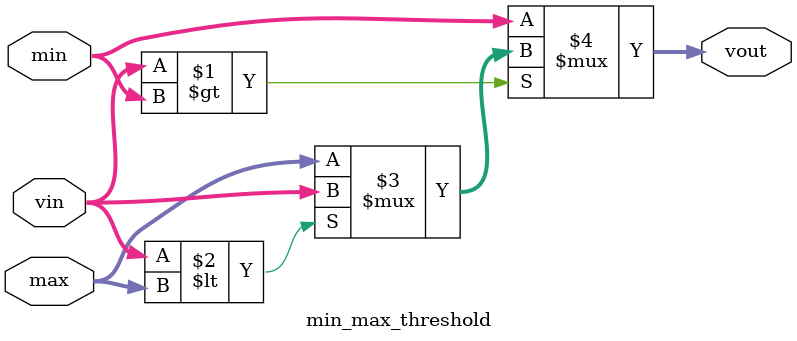
<source format=v>
module min_max_threshold(min, max, vin, vout);
	input  [31:0] min, max, vin;
	output [31:0] vout;

	assign vout = vin > min ? (vin < max ? vin : max) : min;
endmodule

</source>
